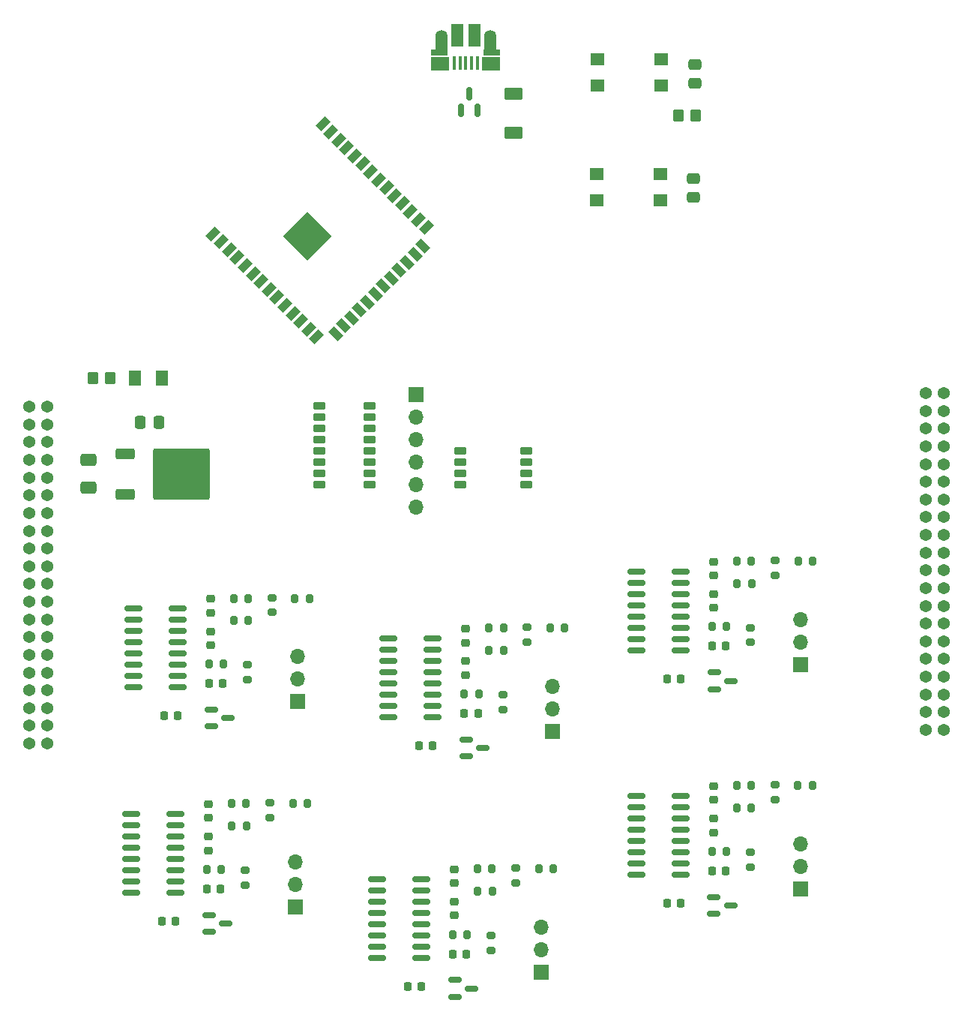
<source format=gbr>
%TF.GenerationSoftware,KiCad,Pcbnew,7.0.7*%
%TF.CreationDate,2024-02-25T10:58:23-08:00*%
%TF.ProjectId,Core-board 2,436f7265-2d62-46f6-9172-6420322e6b69,rev?*%
%TF.SameCoordinates,Original*%
%TF.FileFunction,Soldermask,Top*%
%TF.FilePolarity,Negative*%
%FSLAX46Y46*%
G04 Gerber Fmt 4.6, Leading zero omitted, Abs format (unit mm)*
G04 Created by KiCad (PCBNEW 7.0.7) date 2024-02-25 10:58:23*
%MOMM*%
%LPD*%
G01*
G04 APERTURE LIST*
G04 Aperture macros list*
%AMRoundRect*
0 Rectangle with rounded corners*
0 $1 Rounding radius*
0 $2 $3 $4 $5 $6 $7 $8 $9 X,Y pos of 4 corners*
0 Add a 4 corners polygon primitive as box body*
4,1,4,$2,$3,$4,$5,$6,$7,$8,$9,$2,$3,0*
0 Add four circle primitives for the rounded corners*
1,1,$1+$1,$2,$3*
1,1,$1+$1,$4,$5*
1,1,$1+$1,$6,$7*
1,1,$1+$1,$8,$9*
0 Add four rect primitives between the rounded corners*
20,1,$1+$1,$2,$3,$4,$5,0*
20,1,$1+$1,$4,$5,$6,$7,0*
20,1,$1+$1,$6,$7,$8,$9,0*
20,1,$1+$1,$8,$9,$2,$3,0*%
%AMRotRect*
0 Rectangle, with rotation*
0 The origin of the aperture is its center*
0 $1 length*
0 $2 width*
0 $3 Rotation angle, in degrees counterclockwise*
0 Add horizontal line*
21,1,$1,$2,0,0,$3*%
G04 Aperture macros list end*
%ADD10RoundRect,0.200000X0.275000X-0.200000X0.275000X0.200000X-0.275000X0.200000X-0.275000X-0.200000X0*%
%ADD11RoundRect,0.200000X0.200000X0.275000X-0.200000X0.275000X-0.200000X-0.275000X0.200000X-0.275000X0*%
%ADD12RoundRect,0.225000X0.250000X-0.225000X0.250000X0.225000X-0.250000X0.225000X-0.250000X-0.225000X0*%
%ADD13RoundRect,0.150000X-0.587500X-0.150000X0.587500X-0.150000X0.587500X0.150000X-0.587500X0.150000X0*%
%ADD14RoundRect,0.200000X-0.200000X-0.275000X0.200000X-0.275000X0.200000X0.275000X-0.200000X0.275000X0*%
%ADD15RoundRect,0.150000X0.150000X-0.587500X0.150000X0.587500X-0.150000X0.587500X-0.150000X-0.587500X0*%
%ADD16RoundRect,0.250000X0.475000X-0.337500X0.475000X0.337500X-0.475000X0.337500X-0.475000X-0.337500X0*%
%ADD17R,1.700000X1.700000*%
%ADD18O,1.700000X1.700000*%
%ADD19RoundRect,0.250001X0.462499X0.624999X-0.462499X0.624999X-0.462499X-0.624999X0.462499X-0.624999X0*%
%ADD20RoundRect,0.225000X0.225000X0.250000X-0.225000X0.250000X-0.225000X-0.250000X0.225000X-0.250000X0*%
%ADD21RoundRect,0.150000X0.850000X0.150000X-0.850000X0.150000X-0.850000X-0.150000X0.850000X-0.150000X0*%
%ADD22RotRect,1.500000X0.900000X45.000000*%
%ADD23RotRect,1.500000X0.900000X225.000000*%
%ADD24RotRect,1.500000X0.900000X315.000000*%
%ADD25C,0.600000*%
%ADD26RotRect,3.900000X3.900000X315.000000*%
%ADD27RoundRect,0.250000X0.337500X0.475000X-0.337500X0.475000X-0.337500X-0.475000X0.337500X-0.475000X0*%
%ADD28RoundRect,0.250000X0.650000X-0.412500X0.650000X0.412500X-0.650000X0.412500X-0.650000X-0.412500X0*%
%ADD29R,0.400000X1.650000*%
%ADD30R,1.825000X0.700000*%
%ADD31R,2.000000X1.500000*%
%ADD32R,1.350000X2.000000*%
%ADD33O,1.350000X1.700000*%
%ADD34O,1.100000X1.500000*%
%ADD35R,1.430000X2.500000*%
%ADD36C,1.371600*%
%ADD37R,1.600000X1.400000*%
%ADD38RoundRect,0.151600X0.555400X0.260400X-0.555400X0.260400X-0.555400X-0.260400X0.555400X-0.260400X0*%
%ADD39RoundRect,0.250000X-0.850000X-0.350000X0.850000X-0.350000X0.850000X0.350000X-0.850000X0.350000X0*%
%ADD40RoundRect,0.249997X-2.950003X-2.650003X2.950003X-2.650003X2.950003X2.650003X-2.950003X2.650003X0*%
%ADD41RoundRect,0.250000X0.800000X-0.450000X0.800000X0.450000X-0.800000X0.450000X-0.800000X-0.450000X0*%
%ADD42RoundRect,0.250000X0.350000X0.450000X-0.350000X0.450000X-0.350000X-0.450000X0.350000X-0.450000X0*%
%ADD43RoundRect,0.250000X-0.350000X-0.450000X0.350000X-0.450000X0.350000X0.450000X-0.350000X0.450000X0*%
%ADD44RoundRect,0.102000X0.600000X-0.300000X0.600000X0.300000X-0.600000X0.300000X-0.600000X-0.300000X0*%
G04 APERTURE END LIST*
D10*
%TO.C,R44*%
X133615000Y-127525000D03*
X133615000Y-125875000D03*
%TD*%
D11*
%TO.C,R47*%
X139132500Y-98795000D03*
X137482500Y-98795000D03*
%TD*%
D12*
%TO.C,C19*%
X126640000Y-127575000D03*
X126640000Y-126025000D03*
%TD*%
D13*
%TO.C,Q5*%
X156010000Y-103785000D03*
X156010000Y-105685000D03*
X157885000Y-104735000D03*
%TD*%
D10*
%TO.C,R38*%
X132132500Y-107965000D03*
X132132500Y-106315000D03*
%TD*%
D12*
%TO.C,C20*%
X126640000Y-131225000D03*
X126640000Y-129675000D03*
%TD*%
D13*
%TO.C,Q1*%
X155990000Y-129125000D03*
X155990000Y-131025000D03*
X157865000Y-130075000D03*
%TD*%
D14*
%TO.C,R27*%
X129265000Y-125950000D03*
X130915000Y-125950000D03*
%TD*%
%TO.C,R31*%
X158560000Y-91225000D03*
X160210000Y-91225000D03*
%TD*%
D13*
%TO.C,Q2*%
X99182500Y-107977000D03*
X99182500Y-109877000D03*
X101057500Y-108927000D03*
%TD*%
D11*
%TO.C,R39*%
X167115000Y-116570000D03*
X165465000Y-116570000D03*
%TD*%
D14*
%TO.C,R24*%
X101525000Y-121090000D03*
X103175000Y-121090000D03*
%TD*%
D12*
%TO.C,C27*%
X127932500Y-100415000D03*
X127932500Y-98865000D03*
%TD*%
D11*
%TO.C,R37*%
X129407500Y-106190000D03*
X127757500Y-106190000D03*
%TD*%
D15*
%TO.C,D1*%
X127400000Y-40375000D03*
X129300000Y-40375000D03*
X128350000Y-38500000D03*
%TD*%
D14*
%TO.C,R23*%
X101500000Y-118590000D03*
X103150000Y-118590000D03*
%TD*%
D16*
%TO.C,C9*%
X153700000Y-50137500D03*
X153700000Y-48062500D03*
%TD*%
D17*
%TO.C,J9*%
X137782500Y-110465000D03*
D18*
X137782500Y-107925000D03*
X137782500Y-105385000D03*
%TD*%
D19*
%TO.C,D3*%
X93600000Y-70600000D03*
X90625000Y-70600000D03*
%TD*%
D20*
%TO.C,C14*%
X95175000Y-131850000D03*
X93625000Y-131850000D03*
%TD*%
D10*
%TO.C,R42*%
X105850000Y-120165000D03*
X105850000Y-118515000D03*
%TD*%
D21*
%TO.C,U4*%
X95150000Y-128635000D03*
X95150000Y-127365000D03*
X95150000Y-126095000D03*
X95150000Y-124825000D03*
X95150000Y-123555000D03*
X95150000Y-122285000D03*
X95150000Y-121015000D03*
X95150000Y-119745000D03*
X90150000Y-119745000D03*
X90150000Y-121015000D03*
X90150000Y-122285000D03*
X90150000Y-123555000D03*
X90150000Y-124825000D03*
X90150000Y-126095000D03*
X90150000Y-127365000D03*
X90150000Y-128635000D03*
%TD*%
D14*
%TO.C,R35*%
X130557500Y-98790000D03*
X132207500Y-98790000D03*
%TD*%
D22*
%TO.C,U10*%
X99434713Y-54267660D03*
X100332739Y-55165685D03*
X101230764Y-56063711D03*
X102128790Y-56961737D03*
X103026815Y-57859762D03*
X103924841Y-58757788D03*
X104822867Y-59655813D03*
X105720892Y-60553839D03*
X106618918Y-61451865D03*
X107516944Y-62349890D03*
X108414969Y-63247916D03*
X109312995Y-64145941D03*
X110211020Y-65043967D03*
D23*
X111109046Y-65941993D03*
D24*
X113240973Y-65577833D03*
X114138999Y-64679807D03*
X115037024Y-63781781D03*
X115935050Y-62883756D03*
X116833075Y-61985730D03*
X117731101Y-61087705D03*
X118629127Y-60189679D03*
X119527152Y-59291653D03*
X120425178Y-58393628D03*
X121323203Y-57495602D03*
X122221229Y-56597577D03*
X123119255Y-55699551D03*
D22*
X123483415Y-53567624D03*
X122585389Y-52669598D03*
X121687363Y-51771573D03*
X120789338Y-50873547D03*
X119891312Y-49975522D03*
X118993287Y-49077496D03*
X118095261Y-48179470D03*
X117197235Y-47281445D03*
X116299210Y-46383419D03*
X115401184Y-45485393D03*
X114503159Y-44587368D03*
X113605133Y-43689342D03*
X112707107Y-42791317D03*
X111809082Y-41893291D03*
D25*
X108535177Y-55094975D03*
X109525127Y-56084924D03*
X108535177Y-54105025D03*
X109525127Y-55094975D03*
X110515076Y-56084924D03*
X109525127Y-54105025D03*
D26*
X110020102Y-54600000D03*
D25*
X110515076Y-55094975D03*
X109525127Y-53115076D03*
X110515076Y-54105025D03*
X111505026Y-55094975D03*
X110515076Y-53115076D03*
X111505026Y-54105025D03*
%TD*%
D12*
%TO.C,C4*%
X155915000Y-121840000D03*
X155915000Y-120290000D03*
%TD*%
D20*
%TO.C,C5*%
X100507500Y-105017000D03*
X98957500Y-105017000D03*
%TD*%
%TO.C,C25*%
X129332500Y-108390000D03*
X127782500Y-108390000D03*
%TD*%
%TO.C,C22*%
X152235000Y-104485000D03*
X150685000Y-104485000D03*
%TD*%
%TO.C,C6*%
X95407500Y-108677000D03*
X93857500Y-108677000D03*
%TD*%
D27*
%TO.C,C12*%
X93287500Y-75600000D03*
X91212500Y-75600000D03*
%TD*%
D20*
%TO.C,C17*%
X128040000Y-135550000D03*
X126490000Y-135550000D03*
%TD*%
D12*
%TO.C,C23*%
X155935000Y-92850000D03*
X155935000Y-91300000D03*
%TD*%
D28*
%TO.C,C11*%
X85300000Y-82912500D03*
X85300000Y-79787500D03*
%TD*%
D14*
%TO.C,R28*%
X129290000Y-128450000D03*
X130940000Y-128450000D03*
%TD*%
D20*
%TO.C,C21*%
X157335000Y-100825000D03*
X155785000Y-100825000D03*
%TD*%
D16*
%TO.C,C10*%
X153800000Y-37250000D03*
X153800000Y-35175000D03*
%TD*%
D11*
%TO.C,R1*%
X110307500Y-95422000D03*
X108657500Y-95422000D03*
%TD*%
%TO.C,R33*%
X157410000Y-98625000D03*
X155760000Y-98625000D03*
%TD*%
D17*
%TO.C,J8*%
X165785000Y-102900000D03*
D18*
X165785000Y-100360000D03*
X165785000Y-97820000D03*
%TD*%
D29*
%TO.C,J3*%
X129250000Y-35000000D03*
X128600000Y-35000000D03*
X127950000Y-35000000D03*
X127300000Y-35000000D03*
X126650000Y-35000000D03*
D30*
X130900000Y-33800000D03*
D31*
X130800000Y-35100000D03*
D32*
X130680000Y-33050000D03*
D33*
X130680000Y-32120000D03*
D34*
X130370000Y-35120000D03*
D35*
X128910000Y-31850000D03*
X126990000Y-31850000D03*
D34*
X125530000Y-35120000D03*
D33*
X125220000Y-32120000D03*
D32*
X125200000Y-33050000D03*
D31*
X125050000Y-35120000D03*
D30*
X124950000Y-33800000D03*
%TD*%
D36*
%TO.C,J1*%
X78650000Y-73800000D03*
X80650000Y-73800000D03*
X78650000Y-75800000D03*
X80650000Y-75800000D03*
X78650000Y-77800000D03*
X80650000Y-77800000D03*
X78650000Y-79800000D03*
X80650000Y-79800000D03*
X78650000Y-81800000D03*
X80650000Y-81800000D03*
X78650000Y-83800000D03*
X80650000Y-83800000D03*
X78650000Y-85800000D03*
X80650000Y-85800000D03*
X78650000Y-87800000D03*
X80650000Y-87800000D03*
X78650000Y-89800000D03*
X80650000Y-89800000D03*
X78650000Y-91800000D03*
X80650000Y-91800000D03*
X78650000Y-93800000D03*
X80650000Y-93800000D03*
X78650000Y-95800000D03*
X80650000Y-95800000D03*
X78650000Y-97800000D03*
X80650000Y-97800000D03*
X78650000Y-99800000D03*
X80650000Y-99800000D03*
X78650000Y-101800000D03*
X80650000Y-101800000D03*
X78650000Y-103800000D03*
X80650000Y-103800000D03*
X78650000Y-105799900D03*
X80650000Y-105799900D03*
X78650000Y-107799900D03*
X80650000Y-107799900D03*
X78650000Y-109799900D03*
X80650000Y-109799900D03*
X78650000Y-111799900D03*
X80650000Y-111799900D03*
X179920000Y-72263169D03*
X181920000Y-72263169D03*
X179920000Y-74263169D03*
X181920000Y-74263169D03*
X179920000Y-76263169D03*
X181920000Y-76263169D03*
X179920000Y-78263169D03*
X181920000Y-78263169D03*
X179920000Y-80263069D03*
X181920000Y-80263069D03*
X179920000Y-82263069D03*
X181920000Y-82263069D03*
X179920000Y-84263069D03*
X181920000Y-84263069D03*
X179920000Y-86263069D03*
X181920000Y-86263069D03*
X179920000Y-88263069D03*
X181920000Y-88263069D03*
X179920000Y-90263069D03*
X181920000Y-90263069D03*
X179920000Y-92263069D03*
X181920000Y-92263069D03*
X179920000Y-94263069D03*
X181920000Y-94263069D03*
X179920000Y-96263069D03*
X181920000Y-96263069D03*
X179920000Y-98263069D03*
X181920000Y-98263069D03*
X179920000Y-100263069D03*
X181920000Y-100263069D03*
X179920000Y-102263069D03*
X181920000Y-102263069D03*
X179920000Y-104263069D03*
X181920000Y-104263069D03*
X179920000Y-106263069D03*
X181920000Y-106263069D03*
X179920000Y-108263069D03*
X181920000Y-108263069D03*
X179920000Y-110263069D03*
X181920000Y-110263069D03*
%TD*%
D10*
%TO.C,R30*%
X130840000Y-135125000D03*
X130840000Y-133475000D03*
%TD*%
D12*
%TO.C,C15*%
X98875000Y-120215000D03*
X98875000Y-118665000D03*
%TD*%
%TO.C,C28*%
X127932500Y-104065000D03*
X127932500Y-102515000D03*
%TD*%
D20*
%TO.C,C26*%
X124232500Y-112050000D03*
X122682500Y-112050000D03*
%TD*%
D10*
%TO.C,R16*%
X160115000Y-125740000D03*
X160115000Y-124090000D03*
%TD*%
D11*
%TO.C,R25*%
X100350000Y-125990000D03*
X98700000Y-125990000D03*
%TD*%
D17*
%TO.C,J5*%
X108957500Y-107092000D03*
D18*
X108957500Y-104552000D03*
X108957500Y-102012000D03*
%TD*%
D20*
%TO.C,C2*%
X152215000Y-129825000D03*
X150665000Y-129825000D03*
%TD*%
D13*
%TO.C,Q3*%
X98950000Y-131150000D03*
X98950000Y-133050000D03*
X100825000Y-132100000D03*
%TD*%
D21*
%TO.C,U5*%
X122915000Y-135995000D03*
X122915000Y-134725000D03*
X122915000Y-133455000D03*
X122915000Y-132185000D03*
X122915000Y-130915000D03*
X122915000Y-129645000D03*
X122915000Y-128375000D03*
X122915000Y-127105000D03*
X117915000Y-127105000D03*
X117915000Y-128375000D03*
X117915000Y-129645000D03*
X117915000Y-130915000D03*
X117915000Y-132185000D03*
X117915000Y-133455000D03*
X117915000Y-134725000D03*
X117915000Y-135995000D03*
%TD*%
D11*
%TO.C,R15*%
X157390000Y-123965000D03*
X155740000Y-123965000D03*
%TD*%
D14*
%TO.C,R36*%
X130582500Y-101290000D03*
X132232500Y-101290000D03*
%TD*%
D21*
%TO.C,U2*%
X124207500Y-108835000D03*
X124207500Y-107565000D03*
X124207500Y-106295000D03*
X124207500Y-105025000D03*
X124207500Y-103755000D03*
X124207500Y-102485000D03*
X124207500Y-101215000D03*
X124207500Y-99945000D03*
X119207500Y-99945000D03*
X119207500Y-101215000D03*
X119207500Y-102485000D03*
X119207500Y-103755000D03*
X119207500Y-105025000D03*
X119207500Y-106295000D03*
X119207500Y-107565000D03*
X119207500Y-108835000D03*
%TD*%
D20*
%TO.C,C18*%
X122940000Y-139210000D03*
X121390000Y-139210000D03*
%TD*%
D11*
%TO.C,R29*%
X128115000Y-133350000D03*
X126465000Y-133350000D03*
%TD*%
D14*
%TO.C,R13*%
X158540000Y-116565000D03*
X160190000Y-116565000D03*
%TD*%
D37*
%TO.C,SW1*%
X142700000Y-47500000D03*
X149900000Y-47500000D03*
X142700000Y-50500000D03*
X149900000Y-50500000D03*
%TD*%
D17*
%TO.C,J7*%
X136490000Y-137625000D03*
D18*
X136490000Y-135085000D03*
X136490000Y-132545000D03*
%TD*%
D17*
%TO.C,J4*%
X122300000Y-72450000D03*
D18*
X122300000Y-74990000D03*
X122300000Y-77530000D03*
X122300000Y-80070000D03*
X122300000Y-82610000D03*
X122300000Y-85150000D03*
%TD*%
D14*
%TO.C,R32*%
X158585000Y-93725000D03*
X160235000Y-93725000D03*
%TD*%
D10*
%TO.C,R20*%
X103307500Y-104592000D03*
X103307500Y-102942000D03*
%TD*%
%TO.C,R34*%
X160135000Y-100400000D03*
X160135000Y-98750000D03*
%TD*%
D12*
%TO.C,C7*%
X99107500Y-97042000D03*
X99107500Y-95492000D03*
%TD*%
D10*
%TO.C,R26*%
X103075000Y-127765000D03*
X103075000Y-126115000D03*
%TD*%
D38*
%TO.C,U7*%
X134790000Y-82615000D03*
X134790000Y-81345000D03*
X134790000Y-80075000D03*
X134790000Y-78805000D03*
X127300000Y-78805000D03*
X127300000Y-80075000D03*
X127300000Y-81345000D03*
X127300000Y-82615000D03*
%TD*%
D14*
%TO.C,R18*%
X101757500Y-97917000D03*
X103407500Y-97917000D03*
%TD*%
D17*
%TO.C,J2*%
X165765000Y-128240000D03*
D18*
X165765000Y-125700000D03*
X165765000Y-123160000D03*
%TD*%
D11*
%TO.C,R41*%
X110075000Y-118595000D03*
X108425000Y-118595000D03*
%TD*%
D13*
%TO.C,Q6*%
X128007500Y-111350000D03*
X128007500Y-113250000D03*
X129882500Y-112300000D03*
%TD*%
D10*
%TO.C,R46*%
X162910000Y-92800000D03*
X162910000Y-91150000D03*
%TD*%
D39*
%TO.C,U9*%
X89525000Y-79145000D03*
D40*
X95825000Y-81425000D03*
D39*
X89525000Y-83705000D03*
%TD*%
D13*
%TO.C,Q4*%
X126715000Y-138510000D03*
X126715000Y-140410000D03*
X128590000Y-139460000D03*
%TD*%
D11*
%TO.C,R45*%
X167135000Y-91230000D03*
X165485000Y-91230000D03*
%TD*%
%TO.C,R19*%
X100582500Y-102817000D03*
X98932500Y-102817000D03*
%TD*%
D14*
%TO.C,R14*%
X158565000Y-119065000D03*
X160215000Y-119065000D03*
%TD*%
D21*
%TO.C,U3*%
X152210000Y-101270000D03*
X152210000Y-100000000D03*
X152210000Y-98730000D03*
X152210000Y-97460000D03*
X152210000Y-96190000D03*
X152210000Y-94920000D03*
X152210000Y-93650000D03*
X152210000Y-92380000D03*
X147210000Y-92380000D03*
X147210000Y-93650000D03*
X147210000Y-94920000D03*
X147210000Y-96190000D03*
X147210000Y-97460000D03*
X147210000Y-98730000D03*
X147210000Y-100000000D03*
X147210000Y-101270000D03*
%TD*%
D41*
%TO.C,D2*%
X133350000Y-42850000D03*
X133350000Y-38450000D03*
%TD*%
D10*
%TO.C,R4*%
X106082500Y-96992000D03*
X106082500Y-95342000D03*
%TD*%
D21*
%TO.C,U6*%
X152190000Y-126610000D03*
X152190000Y-125340000D03*
X152190000Y-124070000D03*
X152190000Y-122800000D03*
X152190000Y-121530000D03*
X152190000Y-120260000D03*
X152190000Y-118990000D03*
X152190000Y-117720000D03*
X147190000Y-117720000D03*
X147190000Y-118990000D03*
X147190000Y-120260000D03*
X147190000Y-121530000D03*
X147190000Y-122800000D03*
X147190000Y-124070000D03*
X147190000Y-125340000D03*
X147190000Y-126610000D03*
%TD*%
D10*
%TO.C,R48*%
X134907500Y-100365000D03*
X134907500Y-98715000D03*
%TD*%
D12*
%TO.C,C3*%
X155915000Y-118190000D03*
X155915000Y-116640000D03*
%TD*%
D17*
%TO.C,J6*%
X108725000Y-130265000D03*
D18*
X108725000Y-127725000D03*
X108725000Y-125185000D03*
%TD*%
D14*
%TO.C,R17*%
X101732500Y-95417000D03*
X103382500Y-95417000D03*
%TD*%
D12*
%TO.C,C24*%
X155935000Y-96500000D03*
X155935000Y-94950000D03*
%TD*%
D42*
%TO.C,R22*%
X87812500Y-70550000D03*
X85812500Y-70550000D03*
%TD*%
D12*
%TO.C,C16*%
X98875000Y-123865000D03*
X98875000Y-122315000D03*
%TD*%
D20*
%TO.C,C1*%
X157315000Y-126165000D03*
X155765000Y-126165000D03*
%TD*%
D43*
%TO.C,R21*%
X151950000Y-40950000D03*
X153950000Y-40950000D03*
%TD*%
D12*
%TO.C,C8*%
X99107500Y-100692000D03*
X99107500Y-99142000D03*
%TD*%
D21*
%TO.C,U1*%
X95382500Y-105462000D03*
X95382500Y-104192000D03*
X95382500Y-102922000D03*
X95382500Y-101652000D03*
X95382500Y-100382000D03*
X95382500Y-99112000D03*
X95382500Y-97842000D03*
X95382500Y-96572000D03*
X90382500Y-96572000D03*
X90382500Y-97842000D03*
X90382500Y-99112000D03*
X90382500Y-100382000D03*
X90382500Y-101652000D03*
X90382500Y-102922000D03*
X90382500Y-104192000D03*
X90382500Y-105462000D03*
%TD*%
D20*
%TO.C,C13*%
X100275000Y-128190000D03*
X98725000Y-128190000D03*
%TD*%
D44*
%TO.C,U8*%
X117050000Y-82585000D03*
X117050000Y-81315000D03*
X117050000Y-80045000D03*
X117050000Y-78775000D03*
X117050000Y-77505000D03*
X117050000Y-76235000D03*
X117050000Y-74965000D03*
X117050000Y-73695000D03*
X111450000Y-73695000D03*
X111450000Y-74965000D03*
X111450000Y-76235000D03*
X111450000Y-77505000D03*
X111450000Y-78775000D03*
X111450000Y-80045000D03*
X111450000Y-81315000D03*
X111450000Y-82585000D03*
%TD*%
D37*
%TO.C,SW2*%
X142800000Y-34550000D03*
X150000000Y-34550000D03*
X142800000Y-37550000D03*
X150000000Y-37550000D03*
%TD*%
D10*
%TO.C,R40*%
X162890000Y-118140000D03*
X162890000Y-116490000D03*
%TD*%
D11*
%TO.C,R43*%
X137840000Y-125955000D03*
X136190000Y-125955000D03*
%TD*%
M02*

</source>
